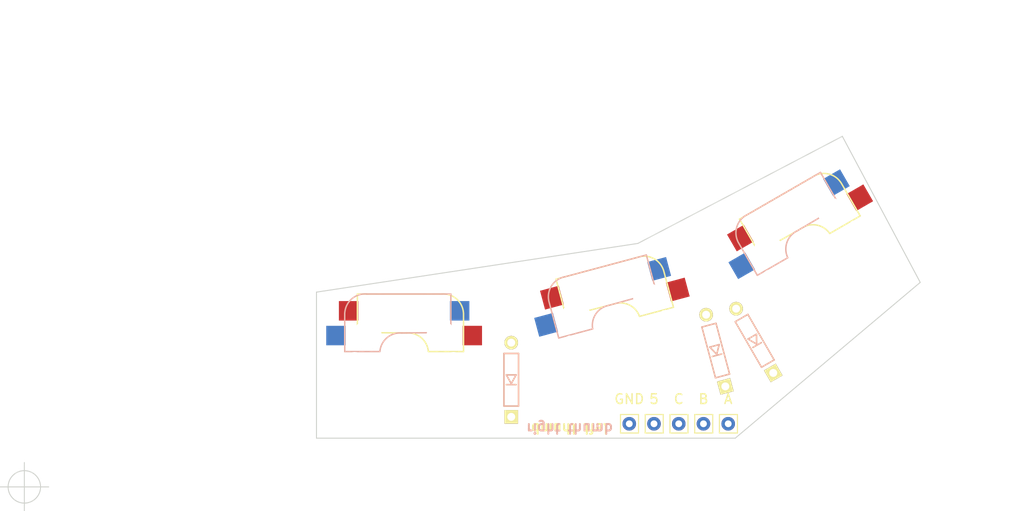
<source format=kicad_pcb>
(kicad_pcb (version 20171130) (host pcbnew 5.1.12)

  (general
    (thickness 1.6)
    (drawings 18)
    (tracks 0)
    (zones 0)
    (modules 11)
    (nets 9)
  )

  (page A4)
  (layers
    (0 F.Cu signal)
    (31 B.Cu signal)
    (32 B.Adhes user)
    (33 F.Adhes user)
    (34 B.Paste user)
    (35 F.Paste user)
    (36 B.SilkS user)
    (37 F.SilkS user)
    (38 B.Mask user)
    (39 F.Mask user)
    (40 Dwgs.User user)
    (41 Cmts.User user)
    (42 Eco1.User user)
    (43 Eco2.User user)
    (44 Edge.Cuts user)
    (45 Margin user)
    (46 B.CrtYd user)
    (47 F.CrtYd user)
    (48 B.Fab user)
    (49 F.Fab user)
  )

  (setup
    (last_trace_width 0.25)
    (trace_clearance 0.2)
    (zone_clearance 0.508)
    (zone_45_only no)
    (trace_min 0.2)
    (via_size 0.8)
    (via_drill 0.4)
    (via_min_size 0.4)
    (via_min_drill 0.3)
    (uvia_size 0.3)
    (uvia_drill 0.1)
    (uvias_allowed no)
    (uvia_min_size 0.2)
    (uvia_min_drill 0.1)
    (edge_width 0.1)
    (segment_width 0.2)
    (pcb_text_width 0.3)
    (pcb_text_size 1.5 1.5)
    (mod_edge_width 0.15)
    (mod_text_size 1 1)
    (mod_text_width 0.15)
    (pad_size 1.4 1.4)
    (pad_drill 0.7)
    (pad_to_mask_clearance 0)
    (aux_axis_origin 0 0)
    (visible_elements FFFFFF7F)
    (pcbplotparams
      (layerselection 0x010fc_ffffffff)
      (usegerberextensions false)
      (usegerberattributes true)
      (usegerberadvancedattributes true)
      (creategerberjobfile true)
      (excludeedgelayer true)
      (linewidth 0.100000)
      (plotframeref false)
      (viasonmask false)
      (mode 1)
      (useauxorigin false)
      (hpglpennumber 1)
      (hpglpenspeed 20)
      (hpglpendiameter 15.000000)
      (psnegative false)
      (psa4output false)
      (plotreference true)
      (plotvalue true)
      (plotinvisibletext false)
      (padsonsilk false)
      (subtractmaskfromsilk false)
      (outputformat 1)
      (mirror false)
      (drillshape 1)
      (scaleselection 1)
      (outputdirectory ""))
  )

  (net 0 "")
  (net 1 "Net-(D_LA5-Pad2)")
  (net 2 "Net-(D_LA5-Pad1)")
  (net 3 "Net-(D_LB5-Pad2)")
  (net 4 "Net-(D_LC5-Pad2)")
  (net 5 "Net-(H_LA1-Pad1)")
  (net 6 "Net-(H_LB1-Pad1)")
  (net 7 "Net-(H_LC1-Pad1)")
  (net 8 GND)

  (net_class Default "これはデフォルトのネット クラスです。"
    (clearance 0.2)
    (trace_width 0.25)
    (via_dia 0.8)
    (via_drill 0.4)
    (uvia_dia 0.3)
    (uvia_drill 0.1)
    (add_net GND)
    (add_net "Net-(D_LA5-Pad1)")
    (add_net "Net-(D_LA5-Pad2)")
    (add_net "Net-(D_LB5-Pad2)")
    (add_net "Net-(D_LC5-Pad2)")
    (add_net "Net-(H_LA1-Pad1)")
    (add_net "Net-(H_LB1-Pad1)")
    (add_net "Net-(H_LC1-Pad1)")
  )

  (module local:Pin_D0.7mm (layer F.Cu) (tedit 61A2FA53) (tstamp 62644C69)
    (at 74.66 53.52 180)
    (descr "solder Pin_ with flat fork, hole diameter 0.7mm, length 6.5mm, width 1.8mm")
    (tags "solder Pin_ with flat fork")
    (path /61A27B42)
    (fp_text reference H_L5 (at 0 -3.81) (layer F.Fab)
      (effects (font (size 0.8 0.8) (thickness 0.15)))
    )
    (fp_text value 5 (at 0 2.54) (layer F.SilkS)
      (effects (font (size 1 1) (thickness 0.15)))
    )
    (fp_line (start -0.95 -0.95) (end -0.95 0.95) (layer F.SilkS) (width 0.12))
    (fp_line (start -0.95 0.95) (end 0.9 0.95) (layer F.SilkS) (width 0.12))
    (fp_line (start 0.9 0.95) (end 0.9 -0.9) (layer F.SilkS) (width 0.12))
    (fp_line (start 0.9 -0.9) (end 0.9 -0.95) (layer F.SilkS) (width 0.12))
    (fp_line (start 0.9 -0.95) (end -0.95 -0.95) (layer F.SilkS) (width 0.12))
    (fp_line (start -0.9 -0.25) (end 0.85 -0.25) (layer F.Fab) (width 0.12))
    (fp_line (start 0.85 -0.25) (end 0.85 0.25) (layer F.Fab) (width 0.12))
    (fp_line (start 0.85 0.25) (end -0.9 0.25) (layer F.Fab) (width 0.12))
    (fp_line (start -0.9 0.25) (end -0.9 -0.25) (layer F.Fab) (width 0.12))
    (pad 1 thru_hole circle (at 0 0 180) (size 1.4 1.4) (drill 0.7) (layers *.Cu *.Mask)
      (net 2 "Net-(D_LA5-Pad1)"))
    (model ${KISYS3DMOD}/Connector_Pin.3dshapes/Pin_D0.7mm_L6.5mm_W1.8mm_FlatFork.wrl
      (at (xyz 0 0 0))
      (scale (xyz 1 1 1))
      (rotate (xyz 0 0 0))
    )
  )

  (module local:Pin_D0.7mm (layer F.Cu) (tedit 61A2FA53) (tstamp 62644C1A)
    (at 82.28 53.52 180)
    (descr "solder Pin_ with flat fork, hole diameter 0.7mm, length 6.5mm, width 1.8mm")
    (tags "solder Pin_ with flat fork")
    (path /61A275B8)
    (fp_text reference H_LA1 (at 0 -3.81) (layer F.Fab)
      (effects (font (size 0.8 0.8) (thickness 0.15)))
    )
    (fp_text value A (at 0 2.54) (layer F.SilkS)
      (effects (font (size 1 1) (thickness 0.15)))
    )
    (fp_line (start -0.95 -0.95) (end -0.95 0.95) (layer F.SilkS) (width 0.12))
    (fp_line (start -0.95 0.95) (end 0.9 0.95) (layer F.SilkS) (width 0.12))
    (fp_line (start 0.9 0.95) (end 0.9 -0.9) (layer F.SilkS) (width 0.12))
    (fp_line (start 0.9 -0.9) (end 0.9 -0.95) (layer F.SilkS) (width 0.12))
    (fp_line (start 0.9 -0.95) (end -0.95 -0.95) (layer F.SilkS) (width 0.12))
    (fp_line (start -0.9 -0.25) (end 0.85 -0.25) (layer F.Fab) (width 0.12))
    (fp_line (start 0.85 -0.25) (end 0.85 0.25) (layer F.Fab) (width 0.12))
    (fp_line (start 0.85 0.25) (end -0.9 0.25) (layer F.Fab) (width 0.12))
    (fp_line (start -0.9 0.25) (end -0.9 -0.25) (layer F.Fab) (width 0.12))
    (pad 1 thru_hole circle (at 0 0 180) (size 1.4 1.4) (drill 0.7) (layers *.Cu *.Mask)
      (net 5 "Net-(H_LA1-Pad1)"))
    (model ${KISYS3DMOD}/Connector_Pin.3dshapes/Pin_D0.7mm_L6.5mm_W1.8mm_FlatFork.wrl
      (at (xyz 0 0 0))
      (scale (xyz 1 1 1))
      (rotate (xyz 0 0 0))
    )
  )

  (module local:Pin_D0.7mm (layer F.Cu) (tedit 61A2FA53) (tstamp 62644C0D)
    (at 72.12 53.52 180)
    (descr "solder Pin_ with flat fork, hole diameter 0.7mm, length 6.5mm, width 1.8mm")
    (tags "solder Pin_ with flat fork")
    (path /61A27F0E)
    (fp_text reference H_LGND1 (at 0 -3.81) (layer F.Fab)
      (effects (font (size 0.8 0.8) (thickness 0.15)))
    )
    (fp_text value GND (at 0 2.54) (layer F.SilkS)
      (effects (font (size 1 1) (thickness 0.15)))
    )
    (fp_line (start -0.95 -0.95) (end -0.95 0.95) (layer F.SilkS) (width 0.12))
    (fp_line (start -0.95 0.95) (end 0.9 0.95) (layer F.SilkS) (width 0.12))
    (fp_line (start 0.9 0.95) (end 0.9 -0.9) (layer F.SilkS) (width 0.12))
    (fp_line (start 0.9 -0.9) (end 0.9 -0.95) (layer F.SilkS) (width 0.12))
    (fp_line (start 0.9 -0.95) (end -0.95 -0.95) (layer F.SilkS) (width 0.12))
    (fp_line (start -0.9 -0.25) (end 0.85 -0.25) (layer F.Fab) (width 0.12))
    (fp_line (start 0.85 -0.25) (end 0.85 0.25) (layer F.Fab) (width 0.12))
    (fp_line (start 0.85 0.25) (end -0.9 0.25) (layer F.Fab) (width 0.12))
    (fp_line (start -0.9 0.25) (end -0.9 -0.25) (layer F.Fab) (width 0.12))
    (pad 1 thru_hole circle (at 0 0 180) (size 1.4 1.4) (drill 0.7) (layers *.Cu *.Mask)
      (net 8 GND))
    (model ${KISYS3DMOD}/Connector_Pin.3dshapes/Pin_D0.7mm_L6.5mm_W1.8mm_FlatFork.wrl
      (at (xyz 0 0 0))
      (scale (xyz 1 1 1))
      (rotate (xyz 0 0 0))
    )
  )

  (module local:Pin_D0.7mm (layer F.Cu) (tedit 61A2FA53) (tstamp 62644BE6)
    (at 79.74 53.52 180)
    (descr "solder Pin_ with flat fork, hole diameter 0.7mm, length 6.5mm, width 1.8mm")
    (tags "solder Pin_ with flat fork")
    (path /61A25B2F)
    (fp_text reference H_LB1 (at 0 -3.81) (layer F.Fab)
      (effects (font (size 0.8 0.8) (thickness 0.15)))
    )
    (fp_text value B (at 0 2.54) (layer F.SilkS)
      (effects (font (size 1 1) (thickness 0.15)))
    )
    (fp_line (start -0.95 -0.95) (end -0.95 0.95) (layer F.SilkS) (width 0.12))
    (fp_line (start -0.95 0.95) (end 0.9 0.95) (layer F.SilkS) (width 0.12))
    (fp_line (start 0.9 0.95) (end 0.9 -0.9) (layer F.SilkS) (width 0.12))
    (fp_line (start 0.9 -0.9) (end 0.9 -0.95) (layer F.SilkS) (width 0.12))
    (fp_line (start 0.9 -0.95) (end -0.95 -0.95) (layer F.SilkS) (width 0.12))
    (fp_line (start -0.9 -0.25) (end 0.85 -0.25) (layer F.Fab) (width 0.12))
    (fp_line (start 0.85 -0.25) (end 0.85 0.25) (layer F.Fab) (width 0.12))
    (fp_line (start 0.85 0.25) (end -0.9 0.25) (layer F.Fab) (width 0.12))
    (fp_line (start -0.9 0.25) (end -0.9 -0.25) (layer F.Fab) (width 0.12))
    (pad 1 thru_hole circle (at 0 0 180) (size 1.4 1.4) (drill 0.7) (layers *.Cu *.Mask)
      (net 6 "Net-(H_LB1-Pad1)"))
    (model ${KISYS3DMOD}/Connector_Pin.3dshapes/Pin_D0.7mm_L6.5mm_W1.8mm_FlatFork.wrl
      (at (xyz 0 0 0))
      (scale (xyz 1 1 1))
      (rotate (xyz 0 0 0))
    )
  )

  (module local:Pin_D0.7mm (layer F.Cu) (tedit 61A2FA53) (tstamp 62644BD9)
    (at 77.2 53.52 180)
    (descr "solder Pin_ with flat fork, hole diameter 0.7mm, length 6.5mm, width 1.8mm")
    (tags "solder Pin_ with flat fork")
    (path /61A26894)
    (fp_text reference H_LC1 (at 0 -3.81) (layer F.Fab)
      (effects (font (size 0.8 0.8) (thickness 0.15)))
    )
    (fp_text value C (at 0 2.54) (layer F.SilkS)
      (effects (font (size 1 1) (thickness 0.15)))
    )
    (fp_line (start -0.95 -0.95) (end -0.95 0.95) (layer F.SilkS) (width 0.12))
    (fp_line (start -0.95 0.95) (end 0.9 0.95) (layer F.SilkS) (width 0.12))
    (fp_line (start 0.9 0.95) (end 0.9 -0.9) (layer F.SilkS) (width 0.12))
    (fp_line (start 0.9 -0.9) (end 0.9 -0.95) (layer F.SilkS) (width 0.12))
    (fp_line (start 0.9 -0.95) (end -0.95 -0.95) (layer F.SilkS) (width 0.12))
    (fp_line (start -0.9 -0.25) (end 0.85 -0.25) (layer F.Fab) (width 0.12))
    (fp_line (start 0.85 -0.25) (end 0.85 0.25) (layer F.Fab) (width 0.12))
    (fp_line (start 0.85 0.25) (end -0.9 0.25) (layer F.Fab) (width 0.12))
    (fp_line (start -0.9 0.25) (end -0.9 -0.25) (layer F.Fab) (width 0.12))
    (pad 1 thru_hole circle (at 0 0 180) (size 1.4 1.4) (drill 0.7) (layers *.Cu *.Mask)
      (net 7 "Net-(H_LC1-Pad1)"))
    (model ${KISYS3DMOD}/Connector_Pin.3dshapes/Pin_D0.7mm_L6.5mm_W1.8mm_FlatFork.wrl
      (at (xyz 0 0 0))
      (scale (xyz 1 1 1))
      (rotate (xyz 0 0 0))
    )
  )

  (module local:D_TH_Reversible (layer F.Cu) (tedit 6108B6D8) (tstamp 6266B1C6)
    (at 85 45 120)
    (descr "Resitance 3 pas")
    (tags R)
    (path /61A38A85)
    (autoplace_cost180 10)
    (fp_text reference D_LA5 (at 0.55 0 120) (layer F.Fab) hide
      (effects (font (size 0.5 0.5) (thickness 0.125)))
    )
    (fp_text value D_A5 (at -0.55 0 120) (layer F.Fab) hide
      (effects (font (size 0.5 0.5) (thickness 0.125)))
    )
    (fp_line (start -0.4 0) (end 0.5 -0.5) (layer B.SilkS) (width 0.15))
    (fp_line (start 0.5 -0.5) (end 0.5 0.5) (layer B.SilkS) (width 0.15))
    (fp_line (start 0.5 0.5) (end -0.4 0) (layer B.SilkS) (width 0.15))
    (fp_line (start -0.5 -0.5) (end -0.5 0.5) (layer B.SilkS) (width 0.15))
    (fp_line (start -0.4 0) (end 0.5 -0.5) (layer F.SilkS) (width 0.15))
    (fp_line (start 0.5 -0.5) (end 0.5 0.5) (layer F.SilkS) (width 0.15))
    (fp_line (start 0.5 0.5) (end -0.4 0) (layer F.SilkS) (width 0.15))
    (fp_line (start -0.5 -0.5) (end -0.5 0.5) (layer F.SilkS) (width 0.15))
    (fp_line (start 2.7 -0.75) (end -2.7 -0.75) (layer F.SilkS) (width 0.15))
    (fp_line (start -2.7 -0.75) (end -2.7 0.75) (layer F.SilkS) (width 0.15))
    (fp_line (start -2.7 0.75) (end 2.7 0.75) (layer F.SilkS) (width 0.15))
    (fp_line (start 2.7 0.75) (end 2.7 -0.75) (layer F.SilkS) (width 0.15))
    (fp_line (start 2.7 -0.75) (end -2.7 -0.75) (layer B.SilkS) (width 0.15))
    (fp_line (start -2.7 -0.75) (end -2.7 0.75) (layer B.SilkS) (width 0.15))
    (fp_line (start -2.7 0.75) (end 2.7 0.75) (layer B.SilkS) (width 0.15))
    (fp_line (start 2.7 0.75) (end 2.7 -0.75) (layer B.SilkS) (width 0.15))
    (pad 1 thru_hole rect (at -3.81 0 120) (size 1.397 1.397) (drill 0.8128) (layers *.Cu *.Mask F.SilkS)
      (net 2 "Net-(D_LA5-Pad1)"))
    (pad 2 thru_hole circle (at 3.81 0 120) (size 1.397 1.397) (drill 0.8128) (layers *.Cu *.Mask F.SilkS)
      (net 1 "Net-(D_LA5-Pad2)"))
    (model Diodes_SMD.3dshapes/SMB_Handsoldering.wrl
      (at (xyz 0 0 0))
      (scale (xyz 0.22 0.15 0.15))
      (rotate (xyz 0 0 180))
    )
  )

  (module local:D_TH_Reversible (layer F.Cu) (tedit 6108B6D8) (tstamp 6266B1DB)
    (at 81 46 105)
    (descr "Resitance 3 pas")
    (tags R)
    (path /61A3850D)
    (autoplace_cost180 10)
    (fp_text reference D_LB5 (at 0.55 0 105) (layer F.Fab) hide
      (effects (font (size 0.5 0.5) (thickness 0.125)))
    )
    (fp_text value D_B5 (at -0.55 0 105) (layer F.Fab) hide
      (effects (font (size 0.5 0.5) (thickness 0.125)))
    )
    (fp_line (start 2.7 0.75) (end 2.7 -0.75) (layer B.SilkS) (width 0.15))
    (fp_line (start -2.7 0.75) (end 2.7 0.75) (layer B.SilkS) (width 0.15))
    (fp_line (start -2.7 -0.75) (end -2.7 0.75) (layer B.SilkS) (width 0.15))
    (fp_line (start 2.7 -0.75) (end -2.7 -0.75) (layer B.SilkS) (width 0.15))
    (fp_line (start 2.7 0.75) (end 2.7 -0.75) (layer F.SilkS) (width 0.15))
    (fp_line (start -2.7 0.75) (end 2.7 0.75) (layer F.SilkS) (width 0.15))
    (fp_line (start -2.7 -0.75) (end -2.7 0.75) (layer F.SilkS) (width 0.15))
    (fp_line (start 2.7 -0.75) (end -2.7 -0.75) (layer F.SilkS) (width 0.15))
    (fp_line (start -0.5 -0.5) (end -0.5 0.5) (layer F.SilkS) (width 0.15))
    (fp_line (start 0.5 0.5) (end -0.4 0) (layer F.SilkS) (width 0.15))
    (fp_line (start 0.5 -0.5) (end 0.5 0.5) (layer F.SilkS) (width 0.15))
    (fp_line (start -0.4 0) (end 0.5 -0.5) (layer F.SilkS) (width 0.15))
    (fp_line (start -0.5 -0.5) (end -0.5 0.5) (layer B.SilkS) (width 0.15))
    (fp_line (start 0.5 0.5) (end -0.4 0) (layer B.SilkS) (width 0.15))
    (fp_line (start 0.5 -0.5) (end 0.5 0.5) (layer B.SilkS) (width 0.15))
    (fp_line (start -0.4 0) (end 0.5 -0.5) (layer B.SilkS) (width 0.15))
    (pad 2 thru_hole circle (at 3.81 0 105) (size 1.397 1.397) (drill 0.8128) (layers *.Cu *.Mask F.SilkS)
      (net 3 "Net-(D_LB5-Pad2)"))
    (pad 1 thru_hole rect (at -3.81 0 105) (size 1.397 1.397) (drill 0.8128) (layers *.Cu *.Mask F.SilkS)
      (net 2 "Net-(D_LA5-Pad1)"))
    (model Diodes_SMD.3dshapes/SMB_Handsoldering.wrl
      (at (xyz 0 0 0))
      (scale (xyz 0.22 0.15 0.15))
      (rotate (xyz 0 0 180))
    )
  )

  (module local:D_TH_Reversible (layer F.Cu) (tedit 6108B6D8) (tstamp 6266B1F0)
    (at 60 49 90)
    (descr "Resitance 3 pas")
    (tags R)
    (path /61A37E86)
    (autoplace_cost180 10)
    (fp_text reference D_LC5 (at 0.55 0 90) (layer F.Fab) hide
      (effects (font (size 0.5 0.5) (thickness 0.125)))
    )
    (fp_text value D_C5 (at -0.55 0 90) (layer F.Fab) hide
      (effects (font (size 0.5 0.5) (thickness 0.125)))
    )
    (fp_line (start -0.4 0) (end 0.5 -0.5) (layer B.SilkS) (width 0.15))
    (fp_line (start 0.5 -0.5) (end 0.5 0.5) (layer B.SilkS) (width 0.15))
    (fp_line (start 0.5 0.5) (end -0.4 0) (layer B.SilkS) (width 0.15))
    (fp_line (start -0.5 -0.5) (end -0.5 0.5) (layer B.SilkS) (width 0.15))
    (fp_line (start -0.4 0) (end 0.5 -0.5) (layer F.SilkS) (width 0.15))
    (fp_line (start 0.5 -0.5) (end 0.5 0.5) (layer F.SilkS) (width 0.15))
    (fp_line (start 0.5 0.5) (end -0.4 0) (layer F.SilkS) (width 0.15))
    (fp_line (start -0.5 -0.5) (end -0.5 0.5) (layer F.SilkS) (width 0.15))
    (fp_line (start 2.7 -0.75) (end -2.7 -0.75) (layer F.SilkS) (width 0.15))
    (fp_line (start -2.7 -0.75) (end -2.7 0.75) (layer F.SilkS) (width 0.15))
    (fp_line (start -2.7 0.75) (end 2.7 0.75) (layer F.SilkS) (width 0.15))
    (fp_line (start 2.7 0.75) (end 2.7 -0.75) (layer F.SilkS) (width 0.15))
    (fp_line (start 2.7 -0.75) (end -2.7 -0.75) (layer B.SilkS) (width 0.15))
    (fp_line (start -2.7 -0.75) (end -2.7 0.75) (layer B.SilkS) (width 0.15))
    (fp_line (start -2.7 0.75) (end 2.7 0.75) (layer B.SilkS) (width 0.15))
    (fp_line (start 2.7 0.75) (end 2.7 -0.75) (layer B.SilkS) (width 0.15))
    (pad 1 thru_hole rect (at -3.81 0 90) (size 1.397 1.397) (drill 0.8128) (layers *.Cu *.Mask F.SilkS)
      (net 2 "Net-(D_LA5-Pad1)"))
    (pad 2 thru_hole circle (at 3.81 0 90) (size 1.397 1.397) (drill 0.8128) (layers *.Cu *.Mask F.SilkS)
      (net 4 "Net-(D_LC5-Pad2)"))
    (model Diodes_SMD.3dshapes/SMB_Handsoldering.wrl
      (at (xyz 0 0 0))
      (scale (xyz 0.22 0.15 0.15))
      (rotate (xyz 0 0 180))
    )
  )

  (module local:CherryMX_Hotswap_Reversible (layer B.Cu) (tedit 61A48B05) (tstamp 6266B205)
    (at 91 36 210)
    (path /61A293DD)
    (fp_text reference SW_LA5 (at 6.858 8.128 210) (layer B.SilkS) hide
      (effects (font (size 1 1) (thickness 0.15)) (justify mirror))
    )
    (fp_text value SW_PUSH-foostan (at 7.62 -7.874 210) (layer B.Fab) hide
      (effects (font (size 1 1) (thickness 0.15)) (justify mirror))
    )
    (fp_line (start -7 7) (end -6 7) (layer Eco1.User) (width 0.1))
    (fp_line (start -6 -7) (end -7 -7) (layer Eco1.User) (width 0.1))
    (fp_line (start -9.5 -9.5) (end -9.5 9.5) (layer Dwgs.User) (width 0.1))
    (fp_line (start 9.5 -9.5) (end -9.5 -9.5) (layer Dwgs.User) (width 0.1))
    (fp_line (start 9.5 9.5) (end 9.5 -9.5) (layer Dwgs.User) (width 0.1))
    (fp_line (start -9.5 9.5) (end 9.5 9.5) (layer Dwgs.User) (width 0.1))
    (fp_line (start -6.1 0.896) (end -2.49 0.896) (layer F.SilkS) (width 0.15))
    (fp_line (start -6.1 4.85) (end -6.1 0.905) (layer F.SilkS) (width 0.15))
    (fp_line (start 4.8 6.804) (end -3.825 6.804) (layer F.SilkS) (width 0.15))
    (fp_line (start 4.8 2.896) (end 4.8 6.804) (layer F.SilkS) (width 0.15))
    (fp_line (start 4.8 2.85) (end -0.25 2.804) (layer F.SilkS) (width 0.15))
    (fp_line (start -4.8 2.85) (end 0.25 2.804) (layer B.SilkS) (width 0.15))
    (fp_line (start -4.8 2.896) (end -4.8 6.804) (layer B.SilkS) (width 0.15))
    (fp_line (start -4.8 6.804) (end 3.825 6.804) (layer B.SilkS) (width 0.15))
    (fp_line (start 6.1 4.85) (end 6.1 0.905) (layer B.SilkS) (width 0.15))
    (fp_line (start 6.1 0.896) (end 2.49 0.896) (layer B.SilkS) (width 0.15))
    (fp_line (start -7 -7) (end -7 -6) (layer Eco1.User) (width 0.1))
    (fp_line (start -7 6) (end -7 7) (layer Eco1.User) (width 0.1))
    (fp_line (start 7 7) (end 7 6) (layer Eco1.User) (width 0.1))
    (fp_line (start 6 7) (end 7 7) (layer Eco1.User) (width 0.12))
    (fp_line (start 7 -7) (end 6 -7) (layer Eco1.User) (width 0.12))
    (fp_line (start 7 -6) (end 7 -7) (layer Eco1.User) (width 0.12))
    (fp_arc (start -4.015 4.73) (end -3.825 6.804) (angle 90) (layer F.SilkS) (width 0.15))
    (fp_arc (start -0.415 0.73) (end -0.225 2.8) (angle 90) (layer F.SilkS) (width 0.15))
    (fp_arc (start 0.415 0.73) (end 0.225 2.8) (angle -90) (layer B.SilkS) (width 0.15))
    (fp_arc (start 4.015 4.73) (end 3.825 6.804) (angle -90) (layer B.SilkS) (width 0.15))
    (pad 1 smd rect (at 5.7 5.08 30) (size 2 2) (layers F.Cu F.Paste F.Mask)
      (net 1 "Net-(D_LA5-Pad2)"))
    (pad "" np_thru_hole circle (at -3.81 2.54 30) (size 3 3) (drill 3) (layers *.Cu *.Mask)
      (clearance 0.25))
    (pad "" np_thru_hole circle (at 5.08 0 30) (size 1.702 1.702) (drill 1.702) (layers *.Cu *.Mask)
      (clearance 0.3))
    (pad "" np_thru_hole circle (at -5.08 0 30) (size 1.702 1.702) (drill 1.702) (layers *.Cu *.Mask)
      (clearance 0.3))
    (pad "" np_thru_hole circle (at 0 0 300) (size 3.988 3.988) (drill 3.988) (layers *.Cu *.Mask)
      (clearance 0.25))
    (pad "" np_thru_hole circle (at 2.54 5.08 30) (size 3 3) (drill 3) (layers *.Cu *.Mask)
      (clearance 0.3))
    (pad 2 smd rect (at -7 2.54 30) (size 2 2) (layers F.Cu F.Paste F.Mask)
      (net 5 "Net-(H_LA1-Pad1)"))
    (pad 1 smd rect (at 7 2.54 30) (size 2 2) (layers B.Cu B.Paste B.Mask)
      (net 1 "Net-(D_LA5-Pad2)"))
    (pad "" np_thru_hole circle (at -2.54 5.08 30) (size 3 3) (drill 3) (layers *.Cu *.Mask)
      (clearance 0.3))
    (pad "" np_thru_hole circle (at 3.81 2.54 30) (size 3 3) (drill 3) (layers *.Cu *.Mask)
      (clearance 0.25))
    (pad 2 smd rect (at -5.7 5.08 30) (size 2 2) (layers B.Cu B.Paste B.Mask)
      (net 5 "Net-(H_LA1-Pad1)"))
  )

  (module local:CherryMX_Hotswap_Reversible (layer B.Cu) (tedit 61A48B05) (tstamp 6266B22D)
    (at 71 44 195)
    (path /61A2B094)
    (fp_text reference SW_LB5 (at 6.858 8.128 195) (layer B.SilkS) hide
      (effects (font (size 1 1) (thickness 0.15)) (justify mirror))
    )
    (fp_text value SW_PUSH-foostan (at 7.62 -7.874 195) (layer B.Fab) hide
      (effects (font (size 1 1) (thickness 0.15)) (justify mirror))
    )
    (fp_arc (start 4.015 4.73) (end 3.825 6.804) (angle -90) (layer B.SilkS) (width 0.15))
    (fp_arc (start 0.415 0.73) (end 0.225 2.8) (angle -90) (layer B.SilkS) (width 0.15))
    (fp_arc (start -0.415 0.73) (end -0.225 2.8) (angle 90) (layer F.SilkS) (width 0.15))
    (fp_arc (start -4.015 4.73) (end -3.825 6.804) (angle 90) (layer F.SilkS) (width 0.15))
    (fp_line (start 7 -6) (end 7 -7) (layer Eco1.User) (width 0.12))
    (fp_line (start 7 -7) (end 6 -7) (layer Eco1.User) (width 0.12))
    (fp_line (start 6 7) (end 7 7) (layer Eco1.User) (width 0.12))
    (fp_line (start 7 7) (end 7 6) (layer Eco1.User) (width 0.1))
    (fp_line (start -7 6) (end -7 7) (layer Eco1.User) (width 0.1))
    (fp_line (start -7 -7) (end -7 -6) (layer Eco1.User) (width 0.1))
    (fp_line (start 6.1 0.896) (end 2.49 0.896) (layer B.SilkS) (width 0.15))
    (fp_line (start 6.1 4.85) (end 6.1 0.905) (layer B.SilkS) (width 0.15))
    (fp_line (start -4.8 6.804) (end 3.825 6.804) (layer B.SilkS) (width 0.15))
    (fp_line (start -4.8 2.896) (end -4.8 6.804) (layer B.SilkS) (width 0.15))
    (fp_line (start -4.8 2.85) (end 0.25 2.804) (layer B.SilkS) (width 0.15))
    (fp_line (start 4.8 2.85) (end -0.25 2.804) (layer F.SilkS) (width 0.15))
    (fp_line (start 4.8 2.896) (end 4.8 6.804) (layer F.SilkS) (width 0.15))
    (fp_line (start 4.8 6.804) (end -3.825 6.804) (layer F.SilkS) (width 0.15))
    (fp_line (start -6.1 4.85) (end -6.1 0.905) (layer F.SilkS) (width 0.15))
    (fp_line (start -6.1 0.896) (end -2.49 0.896) (layer F.SilkS) (width 0.15))
    (fp_line (start -9.5 9.5) (end 9.5 9.5) (layer Dwgs.User) (width 0.1))
    (fp_line (start 9.5 9.5) (end 9.5 -9.5) (layer Dwgs.User) (width 0.1))
    (fp_line (start 9.5 -9.5) (end -9.5 -9.5) (layer Dwgs.User) (width 0.1))
    (fp_line (start -9.5 -9.5) (end -9.5 9.5) (layer Dwgs.User) (width 0.1))
    (fp_line (start -6 -7) (end -7 -7) (layer Eco1.User) (width 0.1))
    (fp_line (start -7 7) (end -6 7) (layer Eco1.User) (width 0.1))
    (pad 2 smd rect (at -5.7 5.08 15) (size 2 2) (layers B.Cu B.Paste B.Mask)
      (net 6 "Net-(H_LB1-Pad1)"))
    (pad "" np_thru_hole circle (at 3.81 2.54 15) (size 3 3) (drill 3) (layers *.Cu *.Mask)
      (clearance 0.25))
    (pad "" np_thru_hole circle (at -2.54 5.08 15) (size 3 3) (drill 3) (layers *.Cu *.Mask)
      (clearance 0.3))
    (pad 1 smd rect (at 7 2.54 15) (size 2 2) (layers B.Cu B.Paste B.Mask)
      (net 3 "Net-(D_LB5-Pad2)"))
    (pad 2 smd rect (at -7 2.54 15) (size 2 2) (layers F.Cu F.Paste F.Mask)
      (net 6 "Net-(H_LB1-Pad1)"))
    (pad "" np_thru_hole circle (at 2.54 5.08 15) (size 3 3) (drill 3) (layers *.Cu *.Mask)
      (clearance 0.3))
    (pad "" np_thru_hole circle (at 0 0 285) (size 3.988 3.988) (drill 3.988) (layers *.Cu *.Mask)
      (clearance 0.25))
    (pad "" np_thru_hole circle (at -5.08 0 15) (size 1.702 1.702) (drill 1.702) (layers *.Cu *.Mask)
      (clearance 0.3))
    (pad "" np_thru_hole circle (at 5.08 0 15) (size 1.702 1.702) (drill 1.702) (layers *.Cu *.Mask)
      (clearance 0.3))
    (pad "" np_thru_hole circle (at -3.81 2.54 15) (size 3 3) (drill 3) (layers *.Cu *.Mask)
      (clearance 0.25))
    (pad 1 smd rect (at 5.7 5.08 15) (size 2 2) (layers F.Cu F.Paste F.Mask)
      (net 3 "Net-(D_LB5-Pad2)"))
  )

  (module local:CherryMX_Hotswap_Reversible (layer B.Cu) (tedit 61A48B05) (tstamp 6266B255)
    (at 49 47 180)
    (path /61A2FE9B)
    (fp_text reference SW_LC5 (at 6.858 8.128 180) (layer B.SilkS) hide
      (effects (font (size 1 1) (thickness 0.15)) (justify mirror))
    )
    (fp_text value SW_PUSH-foostan (at 7.62 -7.874 180) (layer B.Fab) hide
      (effects (font (size 1 1) (thickness 0.15)) (justify mirror))
    )
    (fp_line (start -7 7) (end -6 7) (layer Eco1.User) (width 0.1))
    (fp_line (start -6 -7) (end -7 -7) (layer Eco1.User) (width 0.1))
    (fp_line (start -9.5 -9.5) (end -9.5 9.5) (layer Dwgs.User) (width 0.1))
    (fp_line (start 9.5 -9.5) (end -9.5 -9.5) (layer Dwgs.User) (width 0.1))
    (fp_line (start 9.5 9.5) (end 9.5 -9.5) (layer Dwgs.User) (width 0.1))
    (fp_line (start -9.5 9.5) (end 9.5 9.5) (layer Dwgs.User) (width 0.1))
    (fp_line (start -6.1 0.896) (end -2.49 0.896) (layer F.SilkS) (width 0.15))
    (fp_line (start -6.1 4.85) (end -6.1 0.905) (layer F.SilkS) (width 0.15))
    (fp_line (start 4.8 6.804) (end -3.825 6.804) (layer F.SilkS) (width 0.15))
    (fp_line (start 4.8 2.896) (end 4.8 6.804) (layer F.SilkS) (width 0.15))
    (fp_line (start 4.8 2.85) (end -0.25 2.804) (layer F.SilkS) (width 0.15))
    (fp_line (start -4.8 2.85) (end 0.25 2.804) (layer B.SilkS) (width 0.15))
    (fp_line (start -4.8 2.896) (end -4.8 6.804) (layer B.SilkS) (width 0.15))
    (fp_line (start -4.8 6.804) (end 3.825 6.804) (layer B.SilkS) (width 0.15))
    (fp_line (start 6.1 4.85) (end 6.1 0.905) (layer B.SilkS) (width 0.15))
    (fp_line (start 6.1 0.896) (end 2.49 0.896) (layer B.SilkS) (width 0.15))
    (fp_line (start -7 -7) (end -7 -6) (layer Eco1.User) (width 0.1))
    (fp_line (start -7 6) (end -7 7) (layer Eco1.User) (width 0.1))
    (fp_line (start 7 7) (end 7 6) (layer Eco1.User) (width 0.1))
    (fp_line (start 6 7) (end 7 7) (layer Eco1.User) (width 0.12))
    (fp_line (start 7 -7) (end 6 -7) (layer Eco1.User) (width 0.12))
    (fp_line (start 7 -6) (end 7 -7) (layer Eco1.User) (width 0.12))
    (fp_arc (start -4.015 4.73) (end -3.825 6.804) (angle 90) (layer F.SilkS) (width 0.15))
    (fp_arc (start -0.415 0.73) (end -0.225 2.8) (angle 90) (layer F.SilkS) (width 0.15))
    (fp_arc (start 0.415 0.73) (end 0.225 2.8) (angle -90) (layer B.SilkS) (width 0.15))
    (fp_arc (start 4.015 4.73) (end 3.825 6.804) (angle -90) (layer B.SilkS) (width 0.15))
    (pad 1 smd rect (at 5.7 5.08) (size 2 2) (layers F.Cu F.Paste F.Mask)
      (net 4 "Net-(D_LC5-Pad2)"))
    (pad "" np_thru_hole circle (at -3.81 2.54) (size 3 3) (drill 3) (layers *.Cu *.Mask)
      (clearance 0.25))
    (pad "" np_thru_hole circle (at 5.08 0) (size 1.702 1.702) (drill 1.702) (layers *.Cu *.Mask)
      (clearance 0.3))
    (pad "" np_thru_hole circle (at -5.08 0) (size 1.702 1.702) (drill 1.702) (layers *.Cu *.Mask)
      (clearance 0.3))
    (pad "" np_thru_hole circle (at 0 0 270) (size 3.988 3.988) (drill 3.988) (layers *.Cu *.Mask)
      (clearance 0.25))
    (pad "" np_thru_hole circle (at 2.54 5.08) (size 3 3) (drill 3) (layers *.Cu *.Mask)
      (clearance 0.3))
    (pad 2 smd rect (at -7 2.54) (size 2 2) (layers F.Cu F.Paste F.Mask)
      (net 7 "Net-(H_LC1-Pad1)"))
    (pad 1 smd rect (at 7 2.54) (size 2 2) (layers B.Cu B.Paste B.Mask)
      (net 4 "Net-(D_LC5-Pad2)"))
    (pad "" np_thru_hole circle (at -2.54 5.08) (size 3 3) (drill 3) (layers *.Cu *.Mask)
      (clearance 0.3))
    (pad "" np_thru_hole circle (at 3.81 2.54) (size 3 3) (drill 3) (layers *.Cu *.Mask)
      (clearance 0.25))
    (pad 2 smd rect (at -5.7 5.08) (size 2 2) (layers B.Cu B.Paste B.Mask)
      (net 7 "Net-(H_LC1-Pad1)"))
  )

  (gr_text "right thumb" (at 66 54 180) (layer B.SilkS) (tstamp 6266B286)
    (effects (font (size 1 1) (thickness 0.2)) (justify mirror))
  )
  (gr_line (start 105 38) (end 94 19) (layer Dwgs.User) (width 0.15) (tstamp 62644CA2))
  (gr_circle (center 94 53) (end 98.2 53) (layer Dwgs.User) (width 0.15) (tstamp 62644CA1))
  (gr_line (start 88 19) (end 94 19) (layer Dwgs.User) (width 0.15) (tstamp 62644C93))
  (gr_line (start 32 38) (end 88 19) (layer Dwgs.User) (width 0.15) (tstamp 62644C68))
  (gr_line (start 40 55) (end 83 55) (layer Edge.Cuts) (width 0.1) (tstamp 62644C2C))
  (gr_line (start 102 39) (end 94 24) (layer Edge.Cuts) (width 0.1) (tstamp 62644C2B))
  (gr_line (start 102 39) (end 83 55) (layer Edge.Cuts) (width 0.1) (tstamp 62644C2A))
  (gr_line (start 40 55) (end 40 40) (layer Edge.Cuts) (width 0.1) (tstamp 62644C29))
  (gr_line (start 40 40) (end 73 35) (layer Edge.Cuts) (width 0.1) (tstamp 62644C28))
  (gr_line (start 32 58) (end 32 38) (layer Dwgs.User) (width 0.15) (tstamp 62644C27))
  (gr_line (start 94 24) (end 73 35) (layer Edge.Cuts) (width 0.1) (tstamp 62644BD8))
  (gr_line (start 98 58) (end 105 38) (layer Dwgs.User) (width 0.15) (tstamp 62644BD7))
  (gr_line (start 32 58) (end 98 58) (layer Dwgs.User) (width 0.15) (tstamp 62644BD6))
  (gr_text "left thumb" (at 66 54 180) (layer F.SilkS)
    (effects (font (size 1 1) (thickness 0.2)))
  )
  (dimension 62 (width 0.15) (layer Dwgs.User)
    (gr_text "62.000 mm" (at 71 10.7) (layer Dwgs.User)
      (effects (font (size 1 1) (thickness 0.15)))
    )
    (feature1 (pts (xy 102 16) (xy 102 11.413579)))
    (feature2 (pts (xy 40 16) (xy 40 11.413579)))
    (crossbar (pts (xy 40 12) (xy 102 12)))
    (arrow1a (pts (xy 102 12) (xy 100.873496 12.586421)))
    (arrow1b (pts (xy 102 12) (xy 100.873496 11.413579)))
    (arrow2a (pts (xy 40 12) (xy 41.126504 12.586421)))
    (arrow2b (pts (xy 40 12) (xy 41.126504 11.413579)))
  )
  (dimension 31 (width 0.15) (layer Dwgs.User)
    (gr_text "31.000 mm" (at 111.3 39.5 270) (layer Dwgs.User)
      (effects (font (size 1 1) (thickness 0.15)))
    )
    (feature1 (pts (xy 94 55) (xy 110.586421 55)))
    (feature2 (pts (xy 94 24) (xy 110.586421 24)))
    (crossbar (pts (xy 110 24) (xy 110 55)))
    (arrow1a (pts (xy 110 55) (xy 109.413579 53.873496)))
    (arrow1b (pts (xy 110 55) (xy 110.586421 53.873496)))
    (arrow2a (pts (xy 110 24) (xy 109.413579 25.126504)))
    (arrow2b (pts (xy 110 24) (xy 110.586421 25.126504)))
  )
  (target plus (at 10 60) (size 5) (width 0.1) (layer Edge.Cuts))

)

</source>
